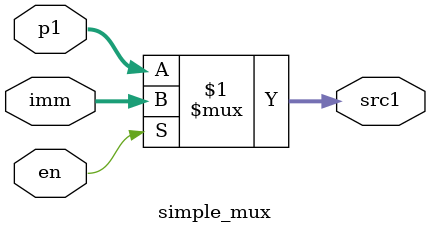
<source format=v>
module simple_mux(p1,imm,en,src1); //16bit choosing mux
input[15:0]p1,imm;
input en;
output[15:0] src1;


assign src1 = (en)? imm:p1; //if en is up, choose imm, otherwise p1;

endmodule


</source>
